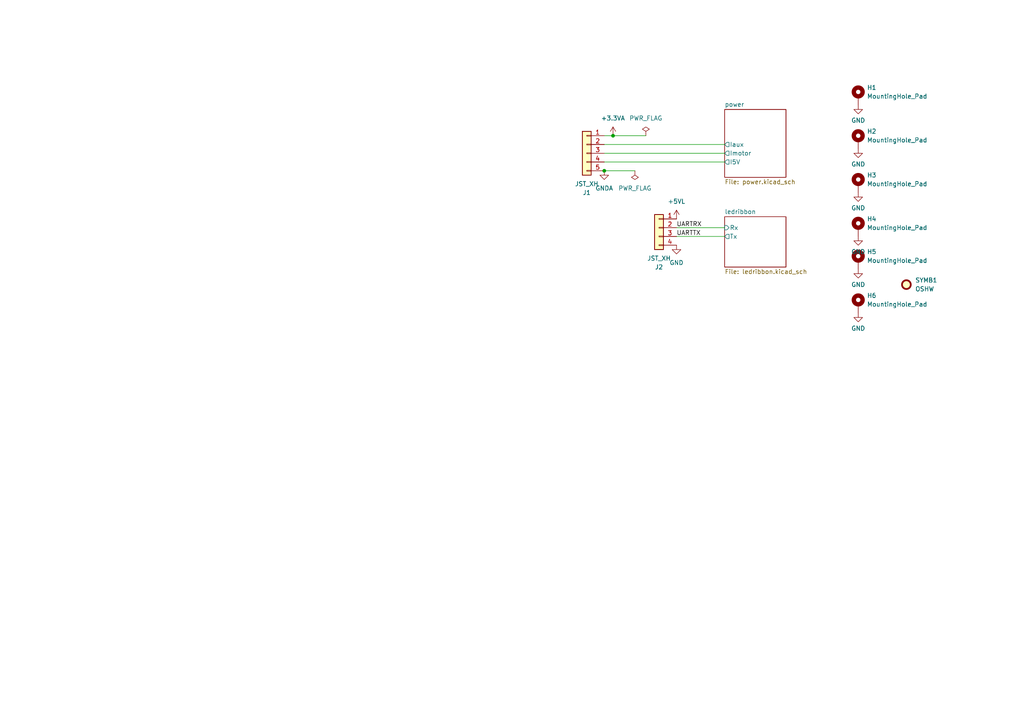
<source format=kicad_sch>
(kicad_sch (version 20230121) (generator eeschema)
  (paper "A4")
  (lib_symbols
    (symbol "Connector_Generic:Conn_01x04" (pin_names (offset 1.016) hide)
      (property "Reference" "J" (at 0 5.08 0))
      (property "Value" "Conn_01x04" (at 0 -7.62 0))
      (symbol "Conn_01x04_1_1"
        (rectangle (start -1.27 -4.953) (end 0 -5.207) (stroke (width 0.1524)))
        (rectangle (start -1.27 -2.413) (end 0 -2.667) (stroke (width 0.1524)))
        (rectangle (start -1.27 0.127) (end 0 -0.127) (stroke (width 0.1524)))
        (rectangle (start -1.27 2.667) (end 0 2.413) (stroke (width 0.1524)))
        (rectangle (start -1.27 3.81) (end 1.27 -6.35) (stroke (width 0.254)) (fill (type background)))
        (pin passive line (at -5.08 2.54 0) (length 3.81) (name "Pin_1") (number "1"))
        (pin passive line (at -5.08 0 0) (length 3.81) (name "Pin_2") (number "2"))
        (pin passive line (at -5.08 -2.54 0) (length 3.81) (name "Pin_3") (number "3"))
        (pin passive line (at -5.08 -5.08 0) (length 3.81) (name "Pin_4") (number "4"))
      )
    )
    (symbol "Connector_Generic:Conn_01x05" (pin_names (offset 1.016) hide)
      (property "Reference" "J" (at 0 7.62 0))
      (property "Value" "Conn_01x05" (at 0 -7.62 0))
      (symbol "Conn_01x05_1_1"
        (rectangle (start -1.27 -4.953) (end 0 -5.207) (stroke (width 0.1524)))
        (rectangle (start -1.27 -2.413) (end 0 -2.667) (stroke (width 0.1524)))
        (rectangle (start -1.27 0.127) (end 0 -0.127) (stroke (width 0.1524)))
        (rectangle (start -1.27 2.667) (end 0 2.413) (stroke (width 0.1524)))
        (rectangle (start -1.27 5.207) (end 0 4.953) (stroke (width 0.1524)))
        (rectangle (start -1.27 6.35) (end 1.27 -6.35) (stroke (width 0.254)) (fill (type background)))
        (pin passive line (at -5.08 5.08 0) (length 3.81) (name "Pin_1") (number "1"))
        (pin passive line (at -5.08 2.54 0) (length 3.81) (name "Pin_2") (number "2"))
        (pin passive line (at -5.08 0 0) (length 3.81) (name "Pin_3") (number "3"))
        (pin passive line (at -5.08 -2.54 0) (length 3.81) (name "Pin_4") (number "4"))
        (pin passive line (at -5.08 -5.08 0) (length 3.81) (name "Pin_5") (number "5"))
      )
    )
    (symbol "Mechanical:Fiducial"
      (property "Reference" "FID" (at 0 5.08 0))
      (property "Value" "Fiducial" (at 0 3.175 0))
      (symbol "Fiducial_0_1"
        (circle (center 0 0) (radius 1.27) (stroke (width 0.508)) (fill (type background)))
      )
    )
    (symbol "Mechanical:MountingHole_Pad" (pin_numbers hide) (pin_names (offset 1.016) hide)
      (property "Reference" "H" (at 0 6.35 0))
      (property "Value" "MountingHole_Pad" (at 0 4.445 0))
      (symbol "MountingHole_Pad_0_1"
        (circle (center 0 1.27) (radius 1.27) (stroke (width 1.27)))
      )
      (symbol "MountingHole_Pad_1_1"
        (pin input line (at 0 -2.54 90) (length 2.54) (name "1") (number "1"))
      )
    )
    (symbol "power:+3.3VA" (power) (pin_names (offset 0))
      (property "Value" "+3.3VA" (at 0 3.556 0))
      (symbol "+3.3VA_0_1"
        (polyline (pts (xy -0.762 1.27) (xy 0 2.54)))
        (polyline (pts (xy 0 0) (xy 0 2.54)))
        (polyline (pts (xy 0 2.54) (xy 0.762 1.27)))
      )
      (symbol "+3.3VA_1_1"
        (pin power_in line (at 0 0 90) (length 0) hide (name "+3.3VA") (number "1"))
      )
    )
    (symbol "power:+5VL" (power) (pin_names (offset 0))
      (property "Value" "+5VL" (at 0 3.556 0))
      (symbol "+5VL_0_1"
        (polyline (pts (xy -0.762 1.27) (xy 0 2.54)))
        (polyline (pts (xy 0 0) (xy 0 2.54)))
        (polyline (pts (xy 0 2.54) (xy 0.762 1.27)))
      )
      (symbol "+5VL_1_1"
        (pin power_in line (at 0 0 90) (length 0) hide (name "+5VL") (number "1"))
      )
    )
    (symbol "power:GND" (power) (pin_names (offset 0))
      (property "Value" "GND" (at 0 -3.81 0))
      (symbol "GND_0_1"
        (polyline (pts (xy 0 0) (xy 0 -1.27) (xy 1.27 -1.27) (xy 0 -2.54) (xy -1.27 -1.27) (xy 0 -1.27)))
      )
      (symbol "GND_1_1"
        (pin power_in line (at 0 0 270) (length 0) hide (name "GND") (number "1"))
      )
    )
    (symbol "power:GNDA" (power) (pin_names (offset 0))
      (property "Value" "GNDA" (at 0 -3.81 0))
      (symbol "GNDA_0_1"
        (polyline (pts (xy 0 0) (xy 0 -1.27) (xy 1.27 -1.27) (xy 0 -2.54) (xy -1.27 -1.27) (xy 0 -1.27)))
      )
      (symbol "GNDA_1_1"
        (pin power_in line (at 0 0 270) (length 0) hide (name "GNDA") (number "1"))
      )
    )
    (symbol "power:PWR_FLAG" (power) (pin_numbers hide) (pin_names (offset 0) hide)
      (property "Value" "PWR_FLAG" (at 0 3.81 0))
      (symbol "PWR_FLAG_0_0"
        (pin power_out line (at 0 0 90) (length 0) (name "pwr") (number "1"))
      )
      (symbol "PWR_FLAG_0_1"
        (polyline (pts (xy 0 0) (xy 0 1.27) (xy -1.016 1.905) (xy 0 2.54) (xy 1.016 1.905) (xy 0 1.27)))
      )
    )
  )
  (junction (at 175.26 49.53))
  (junction (at 177.8 39.37))
  (wire (pts (xy 210.185 66.04) (xy 196.215 66.04)))
  (wire (pts (xy 177.8 39.37) (xy 175.26 39.37)))
  (wire (pts (xy 175.26 44.45) (xy 210.185 44.45)))
  (wire (pts (xy 210.185 68.58) (xy 196.215 68.58)))
  (wire (pts (xy 175.26 46.99) (xy 210.185 46.99)))
  (wire (pts (xy 175.26 49.53) (xy 184.15 49.53)))
  (wire (pts (xy 175.26 41.91) (xy 210.185 41.91)))
  (wire (pts (xy 177.8 39.37) (xy 187.325 39.37)))
  (label "UARTTX" (at 196.215 68.58 0))
  (label "UARTRX" (at 196.215 66.04 0))
  (symbol (lib_id "power:PWR_FLAG") (at 187.325 39.37 0) (unit 1)
    (property "Reference" "#FLG02" (effects hide))
    (property "Value" "PWR_FLAG" (at 187.325 34.29 0))
  )
  (symbol (lib_id "power:GNDA") (at 175.26 49.53 0) (unit 1)
    (property "Reference" "#PWR01" (effects hide))
    (property "Value" "GNDA" (at 175.26 54.61 0))
  )
  (symbol (lib_id "Mechanical:MountingHole_Pad") (at 248.92 40.64 0) (unit 1)
    (property "Reference" "H2" (at 251.46 38.1 0) (effects (justify left)))
    (property "Value" "MountingHole_Pad" (at 251.46 40.64 0) (effects (justify left)))
    (property "Footprint" "MountingHole:MountingHole_3.2mm_M3_Pad_Via" (effects hide))
  )
  (symbol (lib_id "Mechanical:MountingHole_Pad") (at 248.92 88.265 0) (unit 1)
    (property "Reference" "H6" (at 251.46 85.725 0) (effects (justify left)))
    (property "Value" "MountingHole_Pad" (at 251.46 88.265 0) (effects (justify left)))
    (property "Footprint" "MountingHole:MountingHole_3.2mm_M3_Pad_Via" (effects hide))
  )
  (symbol (lib_id "Mechanical:Fiducial") (at 262.89 82.55 0) (unit 1)
    (property "Reference" "SYMB1" (at 265.43 81.28 0) (effects (justify left)))
    (property "Value" "OSHW" (at 265.43 83.82 0) (effects (justify left)))
    (property "Footprint" "additional:OSHW-Logo2_9.8x8mm_Mask" (effects hide))
  )
  (symbol (lib_id "Connector_Generic:Conn_01x04") (at 191.135 66.04 0) (mirror y) (unit 1)
    (property "Reference" "J2" (at 191.135 77.47 0))
    (property "Value" "JST_XH" (at 191.135 74.93 0))
    (property "Footprint" "Connector_JST:JST_XH_B4B-XH-A_1x04_P2.50mm_Vertical" (effects hide))
  )
  (symbol (lib_id "power:GND") (at 248.92 30.48 0) (unit 1)
    (property "Reference" "#PWR0103" (effects hide))
    (property "Value" "GND" (at 248.92 34.925 0))
  )
  (symbol (lib_id "power:GND") (at 248.92 90.805 0) (unit 1)
    (property "Reference" "#PWR0107" (effects hide))
    (property "Value" "GND" (at 248.92 95.25 0))
  )
  (symbol (lib_id "power:GND") (at 248.92 55.88 0) (unit 1)
    (property "Reference" "#PWR0111" (effects hide))
    (property "Value" "GND" (at 248.92 60.325 0))
  )
  (symbol (lib_id "power:PWR_FLAG") (at 184.15 49.53 180) (unit 1)
    (property "Reference" "#FLG01" (effects hide))
    (property "Value" "PWR_FLAG" (at 184.15 54.61 0))
  )
  (symbol (lib_id "power:GND") (at 248.92 68.58 0) (unit 1)
    (property "Reference" "#PWR0128" (effects hide))
    (property "Value" "GND" (at 248.92 73.025 0))
  )
  (symbol (lib_id "Mechanical:MountingHole_Pad") (at 248.92 53.34 0) (unit 1)
    (property "Reference" "H3" (at 251.46 50.8 0) (effects (justify left)))
    (property "Value" "MountingHole_Pad" (at 251.46 53.34 0) (effects (justify left)))
    (property "Footprint" "MountingHole:MountingHole_3.2mm_M3_Pad_Via" (effects hide))
  )
  (symbol (lib_id "Mechanical:MountingHole_Pad") (at 248.92 75.565 0) (unit 1)
    (property "Reference" "H5" (at 251.46 73.025 0) (effects (justify left)))
    (property "Value" "MountingHole_Pad" (at 251.46 75.565 0) (effects (justify left)))
    (property "Footprint" "MountingHole:MountingHole_3.2mm_M3_Pad_Via" (effects hide))
  )
  (symbol (lib_id "power:GND") (at 196.215 71.12 0) (unit 1)
    (property "Reference" "#PWR04" (effects hide))
    (property "Value" "GND" (at 196.215 76.2 0))
  )
  (symbol (lib_id "Mechanical:MountingHole_Pad") (at 248.92 66.04 0) (unit 1)
    (property "Reference" "H4" (at 251.46 63.5 0) (effects (justify left)))
    (property "Value" "MountingHole_Pad" (at 251.46 66.04 0) (effects (justify left)))
    (property "Footprint" "MountingHole:MountingHole_3.2mm_M3_Pad_Via" (effects hide))
  )
  (symbol (lib_id "power:GND") (at 248.92 78.105 0) (unit 1)
    (property "Reference" "#PWR095" (effects hide))
    (property "Value" "GND" (at 248.92 82.55 0))
  )
  (symbol (lib_id "power:GND") (at 248.92 43.18 0) (unit 1)
    (property "Reference" "#PWR099" (effects hide))
    (property "Value" "GND" (at 248.92 47.625 0))
  )
  (symbol (lib_id "Mechanical:MountingHole_Pad") (at 248.92 27.94 0) (unit 1)
    (property "Reference" "H1" (at 251.46 25.4 0) (effects (justify left)))
    (property "Value" "MountingHole_Pad" (at 251.46 27.94 0) (effects (justify left)))
    (property "Footprint" "MountingHole:MountingHole_3.2mm_M3_Pad_Via" (effects hide))
  )
  (symbol (lib_id "power:+5VL") (at 196.215 63.5 0) (unit 1)
    (property "Reference" "#PWR03" (effects hide))
    (property "Value" "+5VL" (at 196.215 58.42 0))
  )
  (symbol (lib_id "Connector_Generic:Conn_01x05") (at 170.18 44.45 0) (mirror y) (unit 1)
    (property "Reference" "J1" (at 170.18 55.88 0))
    (property "Value" "JST_XH" (at 170.18 53.34 0))
    (property "Footprint" "Connector_JST:JST_XH_B5B-XH-A_1x05_P2.50mm_Vertical" (effects hide))
  )
  (symbol (lib_id "power:+3.3VA") (at 177.8 39.37 0) (unit 1)
    (property "Reference" "#PWR02" (effects hide))
    (property "Value" "+3.3VA" (at 177.8 34.29 0))
  )
  (sheet (at 210.185 62.865) (size 17.78 14.605) (stroke (width 0.1524))
    (property "Sheetname" "ledribbon" (at 210.185 62.1534 0) (effects (justify left bottom)))
    (property "Sheetfile" "ledribbon.kicad_sch" (at 210.185 78.0546 0) (effects (justify left top)))
    (pin "Rx" input (at 210.185 66.04 180))
    (pin "Tx" output (at 210.185 68.58 180))
  )
  (sheet (at 210.185 31.75) (size 17.78 19.685) (stroke (width 0.1524))
    (property "Sheetname" "power" (at 210.185 31.0384 0) (effects (justify left bottom)))
    (property "Sheetfile" "power.kicad_sch" (at 210.185 52.0196 0) (effects (justify left top)))
    (pin "Imotor" output (at 210.185 44.45 180))
    (pin "I5V" output (at 210.185 46.99 180))
    (pin "Iaux" output (at 210.185 41.91 180))
  )
)
</source>
